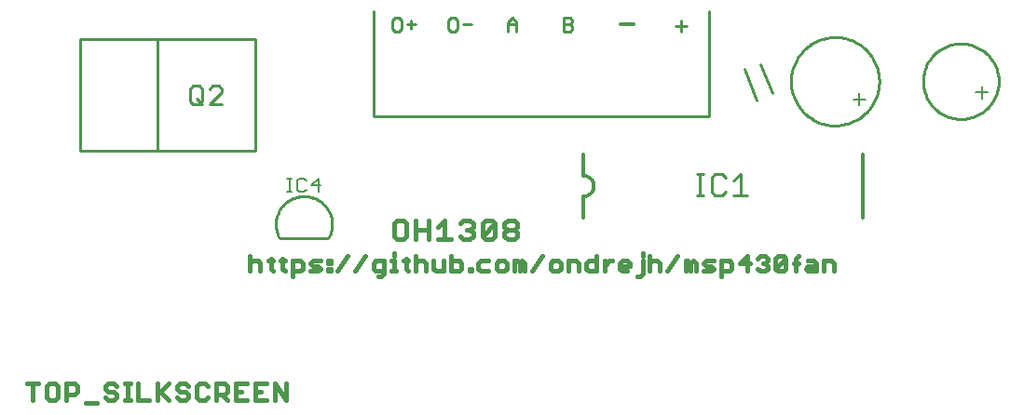
<source format=gbr>
G75*
G70*
%OFA0B0*%
%FSLAX24Y24*%
%IPPOS*%
%LPD*%
%AMOC8*
5,1,8,0,0,1.08239X$1,22.5*
%
%ADD10C,0.0120*%
%ADD11C,0.0100*%
%ADD12C,0.0060*%
%ADD13C,0.0110*%
%ADD14C,0.0090*%
%ADD15C,0.0140*%
%ADD16C,0.0160*%
%ADD17C,0.0070*%
%ADD18C,0.0150*%
%ADD19C,0.0180*%
D10*
X022872Y006989D02*
X022872Y007739D01*
X022909Y007741D01*
X022945Y007746D01*
X022981Y007755D01*
X023016Y007768D01*
X023049Y007783D01*
X023080Y007802D01*
X023110Y007824D01*
X023137Y007849D01*
X023162Y007876D01*
X023184Y007906D01*
X023203Y007937D01*
X023218Y007970D01*
X023231Y008005D01*
X023240Y008041D01*
X023245Y008077D01*
X023247Y008114D01*
X023245Y008151D01*
X023240Y008187D01*
X023231Y008223D01*
X023218Y008258D01*
X023203Y008291D01*
X023184Y008322D01*
X023162Y008352D01*
X023137Y008379D01*
X023110Y008404D01*
X023080Y008426D01*
X023049Y008445D01*
X023016Y008460D01*
X022981Y008473D01*
X022945Y008482D01*
X022909Y008487D01*
X022872Y008489D01*
X022872Y009239D01*
X032872Y009239D02*
X032872Y006989D01*
D11*
X028749Y007789D02*
X028242Y007789D01*
X028496Y007789D02*
X028496Y008550D01*
X028242Y008296D01*
X027957Y008423D02*
X027831Y008550D01*
X027577Y008550D01*
X027450Y008423D01*
X027450Y007916D01*
X027577Y007789D01*
X027831Y007789D01*
X027957Y007916D01*
X027176Y007789D02*
X026922Y007789D01*
X027049Y007789D02*
X027049Y008550D01*
X026922Y008550D02*
X027176Y008550D01*
X027372Y010614D02*
X027372Y014364D01*
X029185Y012489D02*
X029622Y011427D01*
X029060Y011177D02*
X028622Y012302D01*
X030291Y011864D02*
X030293Y011943D01*
X030299Y012023D01*
X030309Y012102D01*
X030323Y012180D01*
X030341Y012257D01*
X030362Y012334D01*
X030388Y012409D01*
X030417Y012483D01*
X030450Y012555D01*
X030487Y012626D01*
X030527Y012694D01*
X030570Y012761D01*
X030617Y012825D01*
X030667Y012887D01*
X030720Y012946D01*
X030775Y013003D01*
X030834Y013056D01*
X030895Y013107D01*
X030959Y013155D01*
X031025Y013199D01*
X031093Y013240D01*
X031163Y013277D01*
X031235Y013311D01*
X031309Y013341D01*
X031383Y013368D01*
X031460Y013390D01*
X031537Y013409D01*
X031615Y013424D01*
X031694Y013435D01*
X031773Y013442D01*
X031852Y013445D01*
X031932Y013444D01*
X032011Y013439D01*
X032090Y013430D01*
X032168Y013417D01*
X032246Y013400D01*
X032323Y013379D01*
X032398Y013355D01*
X032472Y013327D01*
X032545Y013295D01*
X032616Y013259D01*
X032685Y013220D01*
X032752Y013177D01*
X032817Y013131D01*
X032880Y013082D01*
X032940Y013030D01*
X032997Y012975D01*
X033051Y012917D01*
X033103Y012856D01*
X033151Y012793D01*
X033196Y012728D01*
X033238Y012660D01*
X033276Y012591D01*
X033311Y012519D01*
X033342Y012446D01*
X033369Y012371D01*
X033393Y012296D01*
X033413Y012219D01*
X033429Y012141D01*
X033441Y012062D01*
X033449Y011983D01*
X033453Y011904D01*
X033453Y011824D01*
X033449Y011745D01*
X033441Y011666D01*
X033429Y011587D01*
X033413Y011509D01*
X033393Y011432D01*
X033369Y011357D01*
X033342Y011282D01*
X033311Y011209D01*
X033276Y011137D01*
X033238Y011068D01*
X033196Y011000D01*
X033151Y010935D01*
X033103Y010872D01*
X033051Y010811D01*
X032997Y010753D01*
X032940Y010698D01*
X032880Y010646D01*
X032817Y010597D01*
X032752Y010551D01*
X032685Y010508D01*
X032616Y010469D01*
X032545Y010433D01*
X032472Y010401D01*
X032398Y010373D01*
X032323Y010349D01*
X032246Y010328D01*
X032168Y010311D01*
X032090Y010298D01*
X032011Y010289D01*
X031932Y010284D01*
X031852Y010283D01*
X031773Y010286D01*
X031694Y010293D01*
X031615Y010304D01*
X031537Y010319D01*
X031460Y010338D01*
X031383Y010360D01*
X031309Y010387D01*
X031235Y010417D01*
X031163Y010451D01*
X031093Y010488D01*
X031025Y010529D01*
X030959Y010573D01*
X030895Y010621D01*
X030834Y010672D01*
X030775Y010725D01*
X030720Y010782D01*
X030667Y010841D01*
X030617Y010903D01*
X030570Y010967D01*
X030527Y011034D01*
X030487Y011102D01*
X030450Y011173D01*
X030417Y011245D01*
X030388Y011319D01*
X030362Y011394D01*
X030341Y011471D01*
X030323Y011548D01*
X030309Y011626D01*
X030299Y011705D01*
X030293Y011785D01*
X030291Y011864D01*
X027372Y010614D02*
X015372Y010614D01*
X015372Y014364D01*
X011122Y013364D02*
X007622Y013364D01*
X007622Y009364D01*
X011122Y009364D01*
X011122Y013364D01*
X007622Y013364D02*
X004872Y013364D01*
X004872Y009364D01*
X007622Y009364D01*
X011997Y006239D02*
X011967Y006294D01*
X011941Y006352D01*
X011919Y006410D01*
X011900Y006471D01*
X011886Y006532D01*
X011875Y006594D01*
X011867Y006656D01*
X011864Y006719D01*
X011865Y006782D01*
X011870Y006844D01*
X011878Y006907D01*
X011890Y006968D01*
X011907Y007029D01*
X011927Y007089D01*
X011950Y007147D01*
X011977Y007204D01*
X012008Y007258D01*
X012042Y007311D01*
X012080Y007362D01*
X012120Y007410D01*
X012163Y007456D01*
X012209Y007499D01*
X012258Y007538D01*
X012309Y007575D01*
X012362Y007609D01*
X012417Y007639D01*
X012474Y007665D01*
X012533Y007688D01*
X012593Y007708D01*
X012654Y007723D01*
X012715Y007735D01*
X012778Y007743D01*
X012841Y007747D01*
X012903Y007747D01*
X012966Y007743D01*
X013029Y007735D01*
X013090Y007723D01*
X013151Y007708D01*
X013211Y007688D01*
X013270Y007665D01*
X013327Y007639D01*
X013382Y007609D01*
X013435Y007575D01*
X013486Y007538D01*
X013535Y007499D01*
X013581Y007456D01*
X013624Y007410D01*
X013664Y007362D01*
X013702Y007311D01*
X013736Y007258D01*
X013767Y007204D01*
X013794Y007147D01*
X013817Y007089D01*
X013837Y007029D01*
X013854Y006968D01*
X013866Y006907D01*
X013874Y006844D01*
X013879Y006782D01*
X013880Y006719D01*
X013877Y006656D01*
X013869Y006594D01*
X013858Y006532D01*
X013844Y006471D01*
X013825Y006410D01*
X013803Y006352D01*
X013777Y006294D01*
X013747Y006239D01*
X011997Y006239D01*
X035020Y011864D02*
X035022Y011937D01*
X035028Y012010D01*
X035038Y012083D01*
X035052Y012155D01*
X035069Y012226D01*
X035091Y012296D01*
X035116Y012364D01*
X035145Y012432D01*
X035177Y012497D01*
X035214Y012561D01*
X035253Y012623D01*
X035296Y012682D01*
X035342Y012739D01*
X035390Y012794D01*
X035442Y012846D01*
X035497Y012894D01*
X035554Y012940D01*
X035613Y012983D01*
X035675Y013022D01*
X035739Y013059D01*
X035804Y013091D01*
X035872Y013120D01*
X035940Y013145D01*
X036010Y013167D01*
X036081Y013184D01*
X036153Y013198D01*
X036226Y013208D01*
X036299Y013214D01*
X036372Y013216D01*
X036445Y013214D01*
X036518Y013208D01*
X036591Y013198D01*
X036663Y013184D01*
X036734Y013167D01*
X036804Y013145D01*
X036872Y013120D01*
X036940Y013091D01*
X037005Y013059D01*
X037069Y013022D01*
X037131Y012983D01*
X037190Y012940D01*
X037247Y012894D01*
X037302Y012846D01*
X037354Y012794D01*
X037402Y012739D01*
X037448Y012682D01*
X037491Y012623D01*
X037530Y012561D01*
X037567Y012497D01*
X037599Y012432D01*
X037628Y012364D01*
X037653Y012296D01*
X037675Y012226D01*
X037692Y012155D01*
X037706Y012083D01*
X037716Y012010D01*
X037722Y011937D01*
X037724Y011864D01*
X037722Y011791D01*
X037716Y011718D01*
X037706Y011645D01*
X037692Y011573D01*
X037675Y011502D01*
X037653Y011432D01*
X037628Y011364D01*
X037599Y011296D01*
X037567Y011231D01*
X037530Y011167D01*
X037491Y011105D01*
X037448Y011046D01*
X037402Y010989D01*
X037354Y010934D01*
X037302Y010882D01*
X037247Y010834D01*
X037190Y010788D01*
X037131Y010745D01*
X037069Y010706D01*
X037005Y010669D01*
X036940Y010637D01*
X036872Y010608D01*
X036804Y010583D01*
X036734Y010561D01*
X036663Y010544D01*
X036591Y010530D01*
X036518Y010520D01*
X036445Y010514D01*
X036372Y010512D01*
X036299Y010514D01*
X036226Y010520D01*
X036153Y010530D01*
X036081Y010544D01*
X036010Y010561D01*
X035940Y010583D01*
X035872Y010608D01*
X035804Y010637D01*
X035739Y010669D01*
X035675Y010706D01*
X035613Y010745D01*
X035554Y010788D01*
X035497Y010834D01*
X035442Y010882D01*
X035390Y010934D01*
X035342Y010989D01*
X035296Y011046D01*
X035253Y011105D01*
X035214Y011167D01*
X035177Y011231D01*
X035145Y011296D01*
X035116Y011364D01*
X035091Y011432D01*
X035069Y011502D01*
X035052Y011573D01*
X035038Y011645D01*
X035028Y011718D01*
X035022Y011791D01*
X035020Y011864D01*
D12*
X036902Y011464D02*
X037329Y011464D01*
X037116Y011678D02*
X037116Y011251D01*
X032954Y011214D02*
X032527Y011214D01*
X032741Y011001D02*
X032741Y011428D01*
D13*
X026571Y013839D02*
X026177Y013839D01*
X026374Y014036D02*
X026374Y013642D01*
D14*
X022481Y013737D02*
X022403Y013659D01*
X022167Y013659D01*
X022167Y014129D01*
X022403Y014129D01*
X022481Y014051D01*
X022481Y013973D01*
X022403Y013894D01*
X022167Y013894D01*
X022403Y013894D02*
X022481Y013816D01*
X022481Y013737D01*
X020481Y013659D02*
X020481Y013973D01*
X020324Y014129D01*
X020167Y013973D01*
X020167Y013659D01*
X020167Y013894D02*
X020481Y013894D01*
X018872Y013894D02*
X018558Y013894D01*
X018356Y013737D02*
X018278Y013659D01*
X018121Y013659D01*
X018042Y013737D01*
X018042Y014051D01*
X018121Y014129D01*
X018278Y014129D01*
X018356Y014051D01*
X018356Y013737D01*
X016872Y013894D02*
X016558Y013894D01*
X016715Y014051D02*
X016715Y013737D01*
X016356Y013737D02*
X016356Y014051D01*
X016278Y014129D01*
X016121Y014129D01*
X016042Y014051D01*
X016042Y013737D01*
X016121Y013659D01*
X016278Y013659D01*
X016356Y013737D01*
X009939Y011593D02*
X009939Y011481D01*
X009492Y011034D01*
X009939Y011034D01*
X009239Y011034D02*
X009016Y011258D01*
X009239Y011146D02*
X009128Y011034D01*
X008904Y011034D01*
X008792Y011146D01*
X008792Y011593D01*
X008904Y011705D01*
X009128Y011705D01*
X009239Y011593D01*
X009239Y011146D01*
X009492Y011593D02*
X009604Y011705D01*
X009827Y011705D01*
X009939Y011593D01*
D15*
X024192Y013919D02*
X024673Y013919D01*
D16*
X003353Y001045D02*
X002952Y001045D01*
X003153Y001045D02*
X003153Y000444D01*
X003652Y000544D02*
X003752Y000444D01*
X003952Y000444D01*
X004053Y000544D01*
X004053Y000944D01*
X003952Y001045D01*
X003752Y001045D01*
X003652Y000944D01*
X003652Y000544D01*
X004352Y000444D02*
X004352Y001045D01*
X004652Y001045D01*
X004752Y000944D01*
X004752Y000744D01*
X004652Y000644D01*
X004352Y000644D01*
X005052Y000344D02*
X005452Y000344D01*
X005751Y000544D02*
X005852Y000444D01*
X006052Y000444D01*
X006152Y000544D01*
X006152Y000644D01*
X006052Y000744D01*
X005852Y000744D01*
X005751Y000844D01*
X005751Y000944D01*
X005852Y001045D01*
X006052Y001045D01*
X006152Y000944D01*
X006451Y001045D02*
X006651Y001045D01*
X006551Y001045D02*
X006551Y000444D01*
X006451Y000444D02*
X006651Y000444D01*
X006918Y000444D02*
X007318Y000444D01*
X007618Y000444D02*
X007618Y001045D01*
X007718Y000744D02*
X008018Y000444D01*
X008317Y000544D02*
X008417Y000444D01*
X008618Y000444D01*
X008718Y000544D01*
X008718Y000644D01*
X008618Y000744D01*
X008417Y000744D01*
X008317Y000844D01*
X008317Y000944D01*
X008417Y001045D01*
X008618Y001045D01*
X008718Y000944D01*
X009017Y000944D02*
X009017Y000544D01*
X009117Y000444D01*
X009317Y000444D01*
X009417Y000544D01*
X009717Y000444D02*
X009717Y001045D01*
X010017Y001045D01*
X010117Y000944D01*
X010117Y000744D01*
X010017Y000644D01*
X009717Y000644D01*
X009917Y000644D02*
X010117Y000444D01*
X010417Y000444D02*
X010817Y000444D01*
X011116Y000444D02*
X011517Y000444D01*
X011816Y000444D02*
X011816Y001045D01*
X012216Y000444D01*
X012216Y001045D01*
X011517Y001045D02*
X011116Y001045D01*
X011116Y000444D01*
X010417Y000444D02*
X010417Y001045D01*
X010817Y001045D01*
X010617Y000744D02*
X010417Y000744D01*
X011116Y000744D02*
X011316Y000744D01*
X009417Y000944D02*
X009317Y001045D01*
X009117Y001045D01*
X009017Y000944D01*
X008018Y001045D02*
X007618Y000644D01*
X006918Y000444D02*
X006918Y001045D01*
D17*
X012282Y007899D02*
X012446Y007899D01*
X012364Y007899D02*
X012364Y008389D01*
X012282Y008389D02*
X012446Y008389D01*
X012626Y008308D02*
X012708Y008389D01*
X012871Y008389D01*
X012953Y008308D01*
X013142Y008144D02*
X013469Y008144D01*
X013387Y007899D02*
X013387Y008389D01*
X013142Y008144D01*
X012953Y007981D02*
X012871Y007899D01*
X012708Y007899D01*
X012626Y007981D01*
X012626Y008308D01*
D18*
X016088Y005706D02*
X016088Y005615D01*
X016088Y005431D02*
X016088Y005064D01*
X015996Y005064D02*
X016180Y005064D01*
X016518Y005156D02*
X016609Y005064D01*
X016518Y005156D02*
X016518Y005523D01*
X016609Y005431D02*
X016426Y005431D01*
X016088Y005431D02*
X015996Y005431D01*
X015719Y005431D02*
X015443Y005431D01*
X015352Y005339D01*
X015352Y005156D01*
X015443Y005064D01*
X015719Y005064D01*
X015719Y004972D02*
X015719Y005431D01*
X015719Y004972D02*
X015627Y004881D01*
X015535Y004881D01*
X014707Y005064D02*
X015074Y005615D01*
X014430Y005615D02*
X014063Y005064D01*
X013832Y005064D02*
X013832Y005156D01*
X013740Y005156D01*
X013740Y005064D01*
X013832Y005064D01*
X013463Y005156D02*
X013371Y005248D01*
X013188Y005248D01*
X013096Y005339D01*
X013188Y005431D01*
X013463Y005431D01*
X013463Y005156D02*
X013371Y005064D01*
X013096Y005064D01*
X012818Y005156D02*
X012727Y005064D01*
X012451Y005064D01*
X012451Y004881D02*
X012451Y005431D01*
X012727Y005431D01*
X012818Y005339D01*
X012818Y005156D01*
X012205Y005064D02*
X012113Y005156D01*
X012113Y005523D01*
X012022Y005431D02*
X012205Y005431D01*
X011775Y005431D02*
X011592Y005431D01*
X011684Y005523D02*
X011684Y005156D01*
X011775Y005064D01*
X011314Y005064D02*
X011314Y005339D01*
X011223Y005431D01*
X011039Y005431D01*
X010947Y005339D01*
X010947Y005064D02*
X010947Y005615D01*
X013740Y005431D02*
X013740Y005339D01*
X013832Y005339D01*
X013832Y005431D01*
X013740Y005431D01*
X016856Y005339D02*
X016947Y005431D01*
X017131Y005431D01*
X017223Y005339D01*
X017223Y005064D01*
X017500Y005156D02*
X017592Y005064D01*
X017867Y005064D01*
X017867Y005431D01*
X018145Y005431D02*
X018420Y005431D01*
X018512Y005339D01*
X018512Y005156D01*
X018420Y005064D01*
X018145Y005064D01*
X018145Y005615D01*
X017500Y005431D02*
X017500Y005156D01*
X016856Y005064D02*
X016856Y005615D01*
X018789Y005156D02*
X018789Y005064D01*
X018881Y005064D01*
X018881Y005156D01*
X018789Y005156D01*
X019111Y005156D02*
X019203Y005064D01*
X019478Y005064D01*
X019756Y005156D02*
X019848Y005064D01*
X020031Y005064D01*
X020123Y005156D01*
X020123Y005339D01*
X020031Y005431D01*
X019848Y005431D01*
X019756Y005339D01*
X019756Y005156D01*
X019478Y005431D02*
X019203Y005431D01*
X019111Y005339D01*
X019111Y005156D01*
X020400Y005064D02*
X020400Y005431D01*
X020492Y005431D01*
X020584Y005339D01*
X020676Y005431D01*
X020767Y005339D01*
X020767Y005064D01*
X020584Y005064D02*
X020584Y005339D01*
X021045Y005064D02*
X021412Y005615D01*
X021690Y005339D02*
X021690Y005156D01*
X021781Y005064D01*
X021965Y005064D01*
X022056Y005156D01*
X022056Y005339D01*
X021965Y005431D01*
X021781Y005431D01*
X021690Y005339D01*
X022334Y005431D02*
X022334Y005064D01*
X022701Y005064D02*
X022701Y005339D01*
X022609Y005431D01*
X022334Y005431D01*
X022979Y005339D02*
X022979Y005156D01*
X023070Y005064D01*
X023346Y005064D01*
X023346Y005615D01*
X023346Y005431D02*
X023070Y005431D01*
X022979Y005339D01*
X023623Y005248D02*
X023807Y005431D01*
X023898Y005431D01*
X023623Y005431D02*
X023623Y005064D01*
X024160Y005156D02*
X024160Y005339D01*
X024252Y005431D01*
X024435Y005431D01*
X024527Y005339D01*
X024527Y005248D01*
X024160Y005248D01*
X024160Y005156D02*
X024252Y005064D01*
X024435Y005064D01*
X024805Y004881D02*
X024896Y004881D01*
X024988Y004972D01*
X024988Y005431D01*
X024988Y005615D02*
X024988Y005706D01*
X025234Y005615D02*
X025234Y005064D01*
X025601Y005064D02*
X025601Y005339D01*
X025510Y005431D01*
X025326Y005431D01*
X025234Y005339D01*
X025879Y005064D02*
X026246Y005615D01*
X026523Y005431D02*
X026615Y005431D01*
X026707Y005339D01*
X026799Y005431D01*
X026890Y005339D01*
X026890Y005064D01*
X026707Y005064D02*
X026707Y005339D01*
X026523Y005431D02*
X026523Y005064D01*
X027168Y005064D02*
X027443Y005064D01*
X027535Y005156D01*
X027443Y005248D01*
X027260Y005248D01*
X027168Y005339D01*
X027260Y005431D01*
X027535Y005431D01*
X027813Y005431D02*
X028088Y005431D01*
X028179Y005339D01*
X028179Y005156D01*
X028088Y005064D01*
X027813Y005064D01*
X027813Y004881D02*
X027813Y005431D01*
X028457Y005339D02*
X028824Y005339D01*
X028732Y005064D02*
X028732Y005615D01*
X028457Y005339D01*
X029102Y005156D02*
X029193Y005064D01*
X029377Y005064D01*
X029469Y005156D01*
X029469Y005248D01*
X029377Y005339D01*
X029285Y005339D01*
X029377Y005339D02*
X029469Y005431D01*
X029469Y005523D01*
X029377Y005615D01*
X029193Y005615D01*
X029102Y005523D01*
X029746Y005523D02*
X029838Y005615D01*
X030021Y005615D01*
X030113Y005523D01*
X029746Y005156D01*
X029838Y005064D01*
X030021Y005064D01*
X030113Y005156D01*
X030113Y005523D01*
X030391Y005339D02*
X030574Y005339D01*
X030482Y005523D02*
X030574Y005615D01*
X030482Y005523D02*
X030482Y005064D01*
X030820Y005156D02*
X030912Y005248D01*
X031187Y005248D01*
X031187Y005339D02*
X031187Y005064D01*
X030912Y005064D01*
X030820Y005156D01*
X030912Y005431D02*
X031096Y005431D01*
X031187Y005339D01*
X031465Y005431D02*
X031740Y005431D01*
X031832Y005339D01*
X031832Y005064D01*
X031465Y005064D02*
X031465Y005431D01*
X029746Y005523D02*
X029746Y005156D01*
D19*
X020500Y006318D02*
X020387Y006204D01*
X020160Y006204D01*
X020047Y006318D01*
X020047Y006431D01*
X020160Y006544D01*
X020387Y006544D01*
X020500Y006431D01*
X020500Y006318D01*
X020387Y006544D02*
X020500Y006658D01*
X020500Y006771D01*
X020387Y006885D01*
X020160Y006885D01*
X020047Y006771D01*
X020047Y006658D01*
X020160Y006544D01*
X019709Y006318D02*
X019595Y006204D01*
X019368Y006204D01*
X019255Y006318D01*
X019709Y006771D01*
X019709Y006318D01*
X019255Y006318D02*
X019255Y006771D01*
X019368Y006885D01*
X019595Y006885D01*
X019709Y006771D01*
X018917Y006771D02*
X018917Y006658D01*
X018803Y006544D01*
X018917Y006431D01*
X018917Y006318D01*
X018803Y006204D01*
X018576Y006204D01*
X018463Y006318D01*
X018690Y006544D02*
X018803Y006544D01*
X018917Y006771D02*
X018803Y006885D01*
X018576Y006885D01*
X018463Y006771D01*
X017898Y006885D02*
X017898Y006204D01*
X017671Y006204D02*
X018125Y006204D01*
X017333Y006204D02*
X017333Y006885D01*
X017671Y006658D02*
X017898Y006885D01*
X017333Y006544D02*
X016879Y006544D01*
X016541Y006318D02*
X016541Y006771D01*
X016428Y006885D01*
X016201Y006885D01*
X016087Y006771D01*
X016087Y006318D01*
X016201Y006204D01*
X016428Y006204D01*
X016541Y006318D01*
X016879Y006204D02*
X016879Y006885D01*
M02*

</source>
